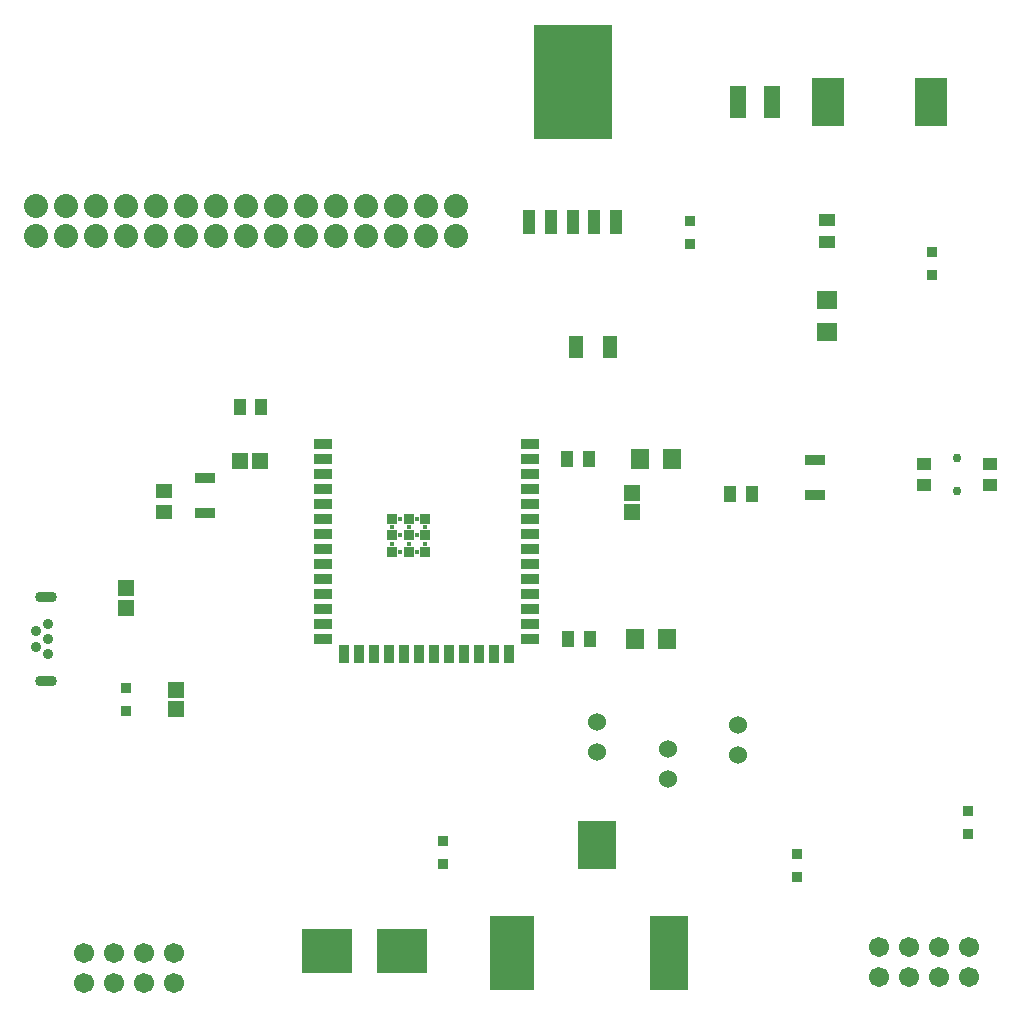
<source format=gbr>
%FSTAX23Y23*%
%MOMM*%
%SFA1B1*%

%IPPOS*%
%ADD17R,1.066798X1.346197*%
%ADD18R,4.241792X3.809992*%
%ADD19R,0.888998X0.952498*%
%ADD20R,3.299993X4.059992*%
%ADD21R,3.299993X6.349987*%
%ADD22R,3.809992X6.349987*%
%ADD23R,1.449997X1.349997*%
%ADD24R,1.729997X0.969998*%
%ADD25R,1.449997X1.149998*%
%ADD26R,1.369997X2.809994*%
%ADD27R,1.289997X1.909996*%
%ADD28R,2.699995X4.099992*%
%ADD29R,1.349997X1.449997*%
%ADD30R,0.899998X0.899998*%
%ADD31R,1.499997X0.899998*%
%ADD32R,0.899998X1.499997*%
%ADD33R,0.999998X1.419997*%
%ADD34R,0.999998X2.049996*%
%ADD35R,6.699987X9.699981*%
%ADD36R,1.419997X0.999998*%
%ADD37R,1.749997X1.499997*%
%ADD38R,1.499997X1.749997*%
%ADD39R,1.199998X0.999998*%
%ADD61C,1.701797*%
%ADD70C,1.523997*%
%ADD71C,2.031996*%
%ADD72C,0.399999*%
%ADD73C,0.899998*%
%ADD74O,1.849996X0.899998*%
%ADD75C,0.749999*%
%LNpcb1_pads_top-1*%
%LPD*%
G54D17*
X1957Y53213D03*
X21323D03*
G54D18*
X33286Y07112D03*
X26911D03*
G54D19*
X66675Y15322D03*
Y13379D03*
X78105Y66332D03*
Y64389D03*
X09906Y27476D03*
Y29419D03*
X81153Y17062D03*
Y19005D03*
X36703Y16465D03*
Y14522D03*
X57658Y66973D03*
Y68916D03*
G54D20*
X49779Y16124D03*
G54D21*
X5588Y06985D03*
G54D22*
X42589Y06985D03*
G54D23*
X52705Y44259D03*
Y45909D03*
X14097Y27622D03*
Y29272D03*
X09906Y37844D03*
Y36195D03*
G54D24*
X68199Y48723D03*
Y45763D03*
X16553Y44239D03*
Y47199D03*
G54D25*
X13081Y44311D03*
Y46111D03*
G54D26*
X61698Y78994D03*
X64538D03*
G54D27*
X47942Y58293D03*
X50862D03*
G54D28*
X78034Y78994D03*
X69284D03*
G54D29*
X21209Y48641D03*
X19558D03*
G54D30*
X33818Y42317D03*
X32418D03*
X35218D03*
X32418Y40917D03*
X33818D03*
X35218D03*
X32418Y43717D03*
X33818D03*
X35218D03*
G54D31*
X26568Y50038D03*
Y48768D03*
Y47498D03*
Y46228D03*
Y44958D03*
Y43688D03*
Y42418D03*
Y41148D03*
Y39878D03*
Y38608D03*
Y37338D03*
Y36068D03*
Y34798D03*
Y33528D03*
X44069D03*
Y34798D03*
Y36068D03*
Y37338D03*
Y38608D03*
Y39878D03*
Y41148D03*
Y42418D03*
Y43688D03*
Y44958D03*
Y46228D03*
Y47498D03*
Y48768D03*
Y50038D03*
G54D32*
X28333Y32277D03*
X29603D03*
X30873D03*
X32143D03*
X33413D03*
X34683D03*
X35953D03*
X37223D03*
X38493D03*
X39763D03*
X41033D03*
X42303D03*
G54D33*
X6291Y45847D03*
X6104D03*
X47324Y33528D03*
X49194D03*
X47197Y48768D03*
X49067D03*
G54D34*
X44039Y68834D03*
X45869D03*
X47699D03*
X4953D03*
X51359D03*
G54D35*
X47699Y80733D03*
G54D36*
X69215Y67183D03*
Y69052D03*
G54D37*
X69215Y6223D03*
Y59529D03*
G54D38*
X53005Y33528D03*
X55705D03*
X53386Y48768D03*
X56086D03*
G54D39*
X83063Y48325D03*
Y46625D03*
X77463Y48325D03*
Y46625D03*
G54D61*
X0635Y04445D03*
X0889D03*
X1143D03*
X1397D03*
X0635Y06985D03*
X0889D03*
X1143D03*
X1397D03*
X7366Y04953D03*
X762D03*
X7874D03*
X8128D03*
X7366Y07493D03*
X762D03*
X7874D03*
X8128D03*
G54D70*
X49784Y24003D03*
Y26543D03*
X61722Y23749D03*
Y26289D03*
X55753Y21717D03*
Y24257D03*
G54D71*
X37846Y67691D03*
Y70231D03*
X35306Y67691D03*
Y70231D03*
X32766Y67691D03*
Y70231D03*
X30226Y67691D03*
Y70231D03*
X27686Y67691D03*
Y70231D03*
X25146Y67691D03*
Y70231D03*
X22606Y67691D03*
Y70231D03*
X20066Y67691D03*
Y70231D03*
X17526Y67691D03*
Y70231D03*
X14986Y67691D03*
Y70231D03*
X12446Y67691D03*
Y70231D03*
X09906Y67691D03*
Y70231D03*
X07366Y67691D03*
Y70231D03*
X04826Y67691D03*
Y70231D03*
X02286Y67691D03*
Y70231D03*
G54D72*
X33818Y43017D03*
X32418D03*
X35218D03*
X32418Y41617D03*
X33818D03*
X35218D03*
X33118Y43717D03*
X34518D03*
X33118Y42317D03*
X34518D03*
X33118Y40917D03*
X34518D03*
G54D73*
X02286Y32893D03*
Y34192D03*
X03285Y32242D03*
Y33542D03*
Y34842D03*
G54D74*
X03065Y37117D03*
Y29967D03*
G54D75*
X80264Y4885D03*
Y46101D03*
M02*
</source>
